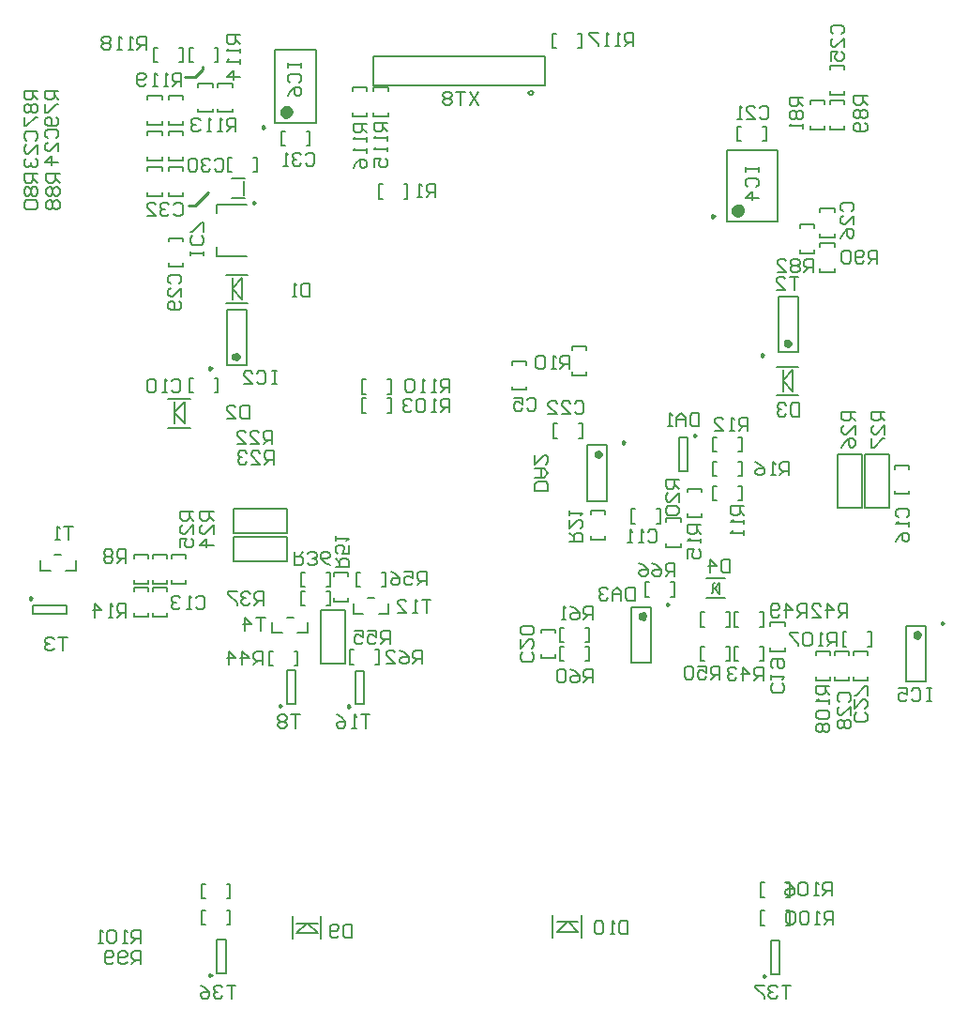
<source format=gbo>
G04 Layer_Color=16777215*
%FSAX25Y25*%
%MOIN*%
G70*
G01*
G75*
%ADD34C,0.00984*%
%ADD39C,0.01575*%
%ADD76C,0.02362*%
%ADD77C,0.01000*%
%ADD78C,0.00787*%
D34*
X0248819Y0283366D02*
X0248081Y0283792D01*
Y0282940D01*
X0248819Y0283366D01*
X0085541Y0288189D02*
X0084803Y0288615D01*
Y0287763D01*
X0085541Y0288189D01*
X0088878Y0314874D02*
X0088140Y0315300D01*
Y0314448D01*
X0088878Y0314874D01*
X0070177Y0229311D02*
X0069439Y0229737D01*
Y0228885D01*
X0070177Y0229311D01*
X0119390Y0109252D02*
X0118652Y0109678D01*
Y0108826D01*
X0119390Y0109252D01*
X0094980Y0109449D02*
X0094242Y0109875D01*
Y0109023D01*
X0094980Y0109449D01*
X0266240Y0234035D02*
X0265502Y0234462D01*
Y0233609D01*
X0266240Y0234035D01*
X0330413Y0138799D02*
X0329675Y0139225D01*
Y0138373D01*
X0330413Y0138799D01*
X0232776Y0145492D02*
X0232037Y0145918D01*
Y0145066D01*
X0232776Y0145492D01*
X0217028Y0202972D02*
X0216289Y0203399D01*
Y0202546D01*
X0217028Y0202972D01*
X0070177Y0013780D02*
X0069439Y0014206D01*
Y0013353D01*
X0070177Y0013780D01*
X0006398Y0147638D02*
X0005660Y0148064D01*
Y0147212D01*
X0006398Y0147638D01*
X0242224Y0205512D02*
X0241486Y0205938D01*
Y0205086D01*
X0242224Y0205512D01*
X0267028Y0013386D02*
X0266289Y0013812D01*
Y0012960D01*
X0267028Y0013386D01*
D39*
X0079528Y0233465D02*
X0078983Y0234213D01*
X0078103Y0233927D01*
Y0233002D01*
X0078983Y0232716D01*
X0079528Y0233465D01*
X0275590Y0238189D02*
X0275046Y0238938D01*
X0274166Y0238652D01*
Y0237726D01*
X0275046Y0237440D01*
X0275590Y0238189D01*
X0321654Y0134646D02*
X0321110Y0135395D01*
X0320229Y0135108D01*
Y0134183D01*
X0321110Y0133897D01*
X0321654Y0134646D01*
X0224016Y0141339D02*
X0223472Y0142087D01*
X0222591Y0141801D01*
Y0140876D01*
X0223472Y0140590D01*
X0224016Y0141339D01*
X0208268Y0198819D02*
X0207724Y0199568D01*
X0206843Y0199282D01*
Y0198356D01*
X0207724Y0198070D01*
X0208268Y0198819D01*
D76*
X0258268Y0285433D02*
X0257823Y0286356D01*
X0256824Y0286584D01*
X0256023Y0285946D01*
Y0284921D01*
X0256824Y0284282D01*
X0257823Y0284510D01*
X0258268Y0285433D01*
X0097835Y0320386D02*
X0097390Y0321309D01*
X0096391Y0321537D01*
X0095589Y0320898D01*
Y0319873D01*
X0096391Y0319234D01*
X0097390Y0319462D01*
X0097835Y0320386D01*
D77*
X0066929Y0335433D02*
Y0336614D01*
X0064173Y0332677D02*
X0066929Y0335433D01*
X0060630Y0332677D02*
X0064173D01*
X0061811Y0287008D02*
X0064173D01*
X0069095Y0291929D01*
D78*
X0184542Y0327165D02*
X0184102Y0327928D01*
X0183221D01*
X0182781Y0327165D01*
X0183221Y0326403D01*
X0184102D01*
X0184542Y0327165D01*
X0257086Y0310039D02*
Y0315157D01*
X0258366D01*
X0257086Y0310039D02*
X0258366D01*
X0266043Y0315157D02*
X0267323D01*
X0266043Y0310039D02*
X0267323D01*
Y0315157D01*
X0047441Y0303150D02*
X0052559D01*
X0047441D02*
Y0304429D01*
X0052559Y0303150D02*
Y0304429D01*
X0047441Y0312106D02*
Y0313386D01*
X0052559Y0312106D02*
Y0313386D01*
X0047441D02*
X0052559D01*
X0054921Y0313319D02*
X0060039D01*
Y0312039D02*
Y0313319D01*
X0054921Y0312039D02*
Y0313319D01*
X0060039Y0303083D02*
Y0304362D01*
X0054921Y0303083D02*
Y0304362D01*
Y0303083D02*
X0060039D01*
X0289984Y0336846D02*
X0295102D01*
Y0335567D02*
Y0336846D01*
X0289984Y0335567D02*
Y0336846D01*
X0295102Y0326610D02*
Y0327890D01*
X0289984Y0326610D02*
Y0327890D01*
Y0326610D02*
X0295102D01*
X0286441Y0286165D02*
X0291559D01*
Y0284886D02*
Y0286165D01*
X0286441Y0284886D02*
Y0286165D01*
X0291559Y0275929D02*
Y0277209D01*
X0286441Y0275929D02*
Y0277209D01*
Y0275929D02*
X0291559D01*
X0253150Y0306693D02*
X0271260D01*
X0253150Y0281496D02*
X0271260D01*
Y0306693D01*
X0253150Y0281496D02*
Y0306693D01*
X0054921Y0325984D02*
X0060039D01*
Y0324705D02*
Y0325984D01*
X0054921Y0324705D02*
Y0325984D01*
X0060039Y0315748D02*
Y0317027D01*
X0054921Y0315748D02*
Y0317027D01*
Y0315748D02*
X0060039D01*
X0047441Y0290551D02*
X0052559D01*
X0047441D02*
Y0291831D01*
X0052559Y0290551D02*
Y0291831D01*
X0047441Y0299508D02*
Y0300787D01*
X0052559Y0299508D02*
Y0300787D01*
X0047441D02*
X0052559D01*
X0282984Y0314110D02*
X0288102D01*
X0282984D02*
Y0315390D01*
X0288102Y0314110D02*
Y0315390D01*
X0282984Y0323067D02*
Y0324346D01*
X0288102Y0323067D02*
Y0324346D01*
X0282984D02*
X0288102D01*
X0279331Y0270079D02*
X0284449D01*
X0279331D02*
Y0271358D01*
X0284449Y0270079D02*
Y0271358D01*
X0279331Y0279035D02*
Y0280315D01*
X0284449Y0279035D02*
Y0280315D01*
X0279331D02*
X0284449D01*
X0047441Y0325984D02*
X0052559D01*
Y0324705D02*
Y0325984D01*
X0047441Y0324705D02*
Y0325984D01*
X0052559Y0315748D02*
Y0317027D01*
X0047441Y0315748D02*
Y0317027D01*
Y0315748D02*
X0052559D01*
X0054921Y0290583D02*
X0060039D01*
X0054921D02*
Y0291862D01*
X0060039Y0290583D02*
Y0291862D01*
X0054921Y0299539D02*
Y0300819D01*
X0060039Y0299539D02*
Y0300819D01*
X0054921D02*
X0060039D01*
X0289984Y0314110D02*
X0295102D01*
X0289984D02*
Y0315390D01*
X0295102Y0314110D02*
Y0315390D01*
X0289984Y0323067D02*
Y0324346D01*
X0295102Y0323067D02*
Y0324346D01*
X0289984D02*
X0295102D01*
X0286441Y0263429D02*
X0291559D01*
X0286441D02*
Y0264709D01*
X0291559Y0263429D02*
Y0264709D01*
X0286441Y0272386D02*
Y0273665D01*
X0291559Y0272386D02*
Y0273665D01*
X0286441D02*
X0291559D01*
X0077165Y0289764D02*
X0081890D01*
X0077165Y0296850D02*
X0081890D01*
X0081496Y0290945D02*
Y0295669D01*
X0094882Y0308382D02*
Y0313500D01*
X0096161D01*
X0094882Y0308382D02*
X0096161D01*
X0103839Y0313500D02*
X0105118D01*
X0103839Y0308382D02*
X0105118D01*
Y0313500D01*
X0071860Y0269094D02*
Y0272382D01*
Y0269094D02*
X0082490D01*
X0071860Y0284311D02*
Y0287598D01*
X0082490D01*
X0092717Y0342433D02*
X0107283D01*
X0092717Y0316449D02*
X0107283D01*
Y0342433D01*
X0092717Y0316449D02*
Y0342433D01*
X0109055Y0143307D02*
X0117717D01*
X0109055Y0124409D02*
Y0143307D01*
X0117717Y0124409D02*
Y0143307D01*
X0109055Y0124409D02*
X0117717D01*
X0129528Y0142126D02*
X0133071D01*
Y0145669D01*
X0120472Y0142126D02*
X0124016D01*
X0120472D02*
Y0145669D01*
X0125591Y0147638D02*
X0127953D01*
X0131890Y0151772D02*
Y0156890D01*
X0130610Y0151772D02*
X0131890D01*
X0130610Y0156890D02*
X0131890D01*
X0121653Y0151772D02*
X0122933D01*
X0121653Y0156890D02*
X0122933D01*
X0121653Y0151772D02*
Y0156890D01*
X0234646Y0148228D02*
Y0153347D01*
X0233366Y0148228D02*
X0234646D01*
X0233366Y0153347D02*
X0234646D01*
X0224410Y0148228D02*
X0225689D01*
X0224410Y0153347D02*
X0225689D01*
X0224410Y0148228D02*
Y0153347D01*
X0139764Y0289567D02*
Y0294685D01*
X0138484Y0289567D02*
X0139764D01*
X0138484Y0294685D02*
X0139764D01*
X0129528Y0289567D02*
X0130807D01*
X0129528Y0294685D02*
X0130807D01*
X0129528Y0289567D02*
Y0294685D01*
X0081102Y0253937D02*
Y0261417D01*
X0077559Y0257480D02*
X0081102Y0253937D01*
X0077559Y0257480D02*
Y0257874D01*
X0081102Y0261417D01*
X0077559Y0257874D02*
Y0261417D01*
Y0253937D02*
Y0261417D01*
X0075197Y0262598D02*
X0083071D01*
X0075197Y0252362D02*
X0083071D01*
X0075590Y0250000D02*
X0082677D01*
X0075590Y0230315D02*
X0082677D01*
Y0250000D01*
X0075590Y0230315D02*
Y0250000D01*
X0133858Y0213583D02*
Y0218701D01*
X0132579Y0213583D02*
X0133858D01*
X0132579Y0218701D02*
X0133858D01*
X0123622Y0213583D02*
X0124902D01*
X0123622Y0218701D02*
X0124902D01*
X0123622Y0213583D02*
Y0218701D01*
X0123622Y0220276D02*
Y0225394D01*
X0124902Y0225394D01*
X0123622Y0220276D02*
X0124902Y0220276D01*
X0132579Y0225394D02*
X0133858D01*
X0132579Y0220276D02*
X0133858D01*
Y0225394D01*
X0188583Y0329921D02*
Y0340158D01*
X0127559Y0329921D02*
X0188583D01*
X0127559D02*
Y0340158D01*
X0188583D01*
X0198228Y0226772D02*
X0203346D01*
X0198228D02*
Y0228051D01*
X0203346Y0226772D02*
Y0228051D01*
X0198228Y0235728D02*
Y0237008D01*
X0203346Y0235728D02*
Y0237008D01*
X0198228D02*
X0203346D01*
X0176969Y0221654D02*
X0182087D01*
X0176969D02*
Y0222933D01*
X0182087Y0221654D02*
Y0222933D01*
X0176969Y0230610D02*
Y0231890D01*
X0182087Y0230610D02*
Y0231890D01*
X0176969D02*
X0182087D01*
X0121260Y0110039D02*
X0124409D01*
X0121260Y0121850D02*
X0124409D01*
X0121260Y0110039D02*
Y0121850D01*
X0124409Y0110039D02*
Y0121850D01*
X0096850Y0110236D02*
X0100000D01*
X0096850Y0122047D02*
X0100000D01*
X0096850Y0110236D02*
Y0122047D01*
X0100000Y0110236D02*
Y0122047D01*
X0271654Y0254725D02*
X0278740D01*
X0271654Y0235039D02*
X0278740D01*
Y0254725D01*
X0271654Y0235039D02*
Y0254725D01*
X0284843Y0118504D02*
X0289961D01*
X0284843D02*
Y0119783D01*
X0289961Y0118504D02*
Y0119783D01*
X0284843Y0127461D02*
Y0128740D01*
X0289961Y0127461D02*
Y0128740D01*
X0284843D02*
X0289961D01*
X0072441Y0337992D02*
Y0343110D01*
X0071161Y0337992D02*
X0072441D01*
X0071161Y0343110D02*
X0072441D01*
X0062205Y0337992D02*
X0063484D01*
X0062205Y0343110D02*
X0063484D01*
X0062205Y0337992D02*
Y0343110D01*
X0059843Y0337992D02*
Y0343110D01*
X0058563Y0337992D02*
X0059843D01*
X0058563Y0343110D02*
X0059843D01*
X0049606Y0337992D02*
X0050886D01*
X0049606Y0343110D02*
X0050886D01*
X0049606Y0337992D02*
Y0343110D01*
X0304725Y0130512D02*
Y0135630D01*
X0303445Y0130512D02*
X0304725D01*
X0303445Y0135630D02*
X0304725D01*
X0294488Y0130512D02*
X0295768D01*
X0294488Y0135630D02*
X0295768D01*
X0294488Y0130512D02*
Y0135630D01*
X0265358Y0031571D02*
Y0036689D01*
X0266638D01*
X0265358Y0031571D02*
X0266638D01*
X0274315Y0036689D02*
X0275595D01*
X0274315Y0031571D02*
X0275595D01*
Y0036689D01*
X0066535Y0031693D02*
Y0036811D01*
X0067815D01*
X0066535Y0031693D02*
X0067815D01*
X0075492Y0036811D02*
X0076772D01*
X0075492Y0031693D02*
X0076772D01*
Y0036811D01*
X0275595Y0041571D02*
Y0046689D01*
X0274315Y0041571D02*
X0275595D01*
X0274315Y0046689D02*
X0275595D01*
X0265358Y0041571D02*
X0266638D01*
X0265358Y0046689D02*
X0266638D01*
X0265358Y0041571D02*
Y0046689D01*
X0076772Y0041142D02*
Y0046260D01*
X0075492Y0041142D02*
X0076772D01*
X0075492Y0046260D02*
X0076772D01*
X0066535Y0041142D02*
X0067815D01*
X0066535Y0046260D02*
X0067815D01*
X0066535Y0041142D02*
Y0046260D01*
X0191339Y0343110D02*
Y0348228D01*
X0192618D01*
X0191339Y0343110D02*
X0192618D01*
X0200295Y0348228D02*
X0201575D01*
X0200295Y0343110D02*
X0201575D01*
Y0348228D01*
X0120276Y0329134D02*
X0125394D01*
Y0327854D02*
Y0329134D01*
X0120276Y0327854D02*
Y0329134D01*
X0125394Y0318898D02*
Y0320177D01*
X0120276Y0318898D02*
Y0320177D01*
Y0318898D02*
X0125394D01*
X0127756Y0329134D02*
X0132874D01*
Y0327854D02*
Y0329134D01*
X0127756Y0327854D02*
Y0329134D01*
X0132874Y0318898D02*
Y0320177D01*
X0127756Y0318898D02*
Y0320177D01*
Y0318898D02*
X0132874D01*
X0204331Y0132087D02*
Y0137205D01*
X0203051Y0132087D02*
X0204331D01*
X0203051Y0137205D02*
X0204331D01*
X0194094Y0132087D02*
X0195374D01*
X0194094Y0137205D02*
X0195374D01*
X0194094Y0132087D02*
Y0137205D01*
Y0125394D02*
Y0130512D01*
X0195374D01*
X0194094Y0125394D02*
X0195374D01*
X0203051Y0130512D02*
X0204331D01*
X0203051Y0125394D02*
X0204331D01*
Y0130512D01*
X0072441Y0320323D02*
X0077559D01*
X0072441D02*
Y0321602D01*
X0077559Y0320323D02*
Y0321602D01*
X0072441Y0329279D02*
Y0330559D01*
X0077559Y0329279D02*
Y0330559D01*
X0072441D02*
X0077559D01*
X0065441Y0320323D02*
X0070559D01*
X0065441D02*
Y0321602D01*
X0070559Y0320323D02*
Y0321602D01*
X0065441Y0329279D02*
Y0330559D01*
X0070559Y0329279D02*
Y0330559D01*
X0065441D02*
X0070559D01*
X0254331Y0125394D02*
Y0130512D01*
X0253051Y0125394D02*
X0254331D01*
X0253051Y0130512D02*
X0254331D01*
X0244094Y0125394D02*
X0245374D01*
X0244094Y0130512D02*
X0245374D01*
X0244094Y0125394D02*
Y0130512D01*
X0254331Y0137599D02*
Y0142717D01*
X0253051Y0137599D02*
X0254331D01*
X0253051Y0142717D02*
X0254331D01*
X0244094Y0137599D02*
X0245374D01*
X0244094Y0142717D02*
X0245374D01*
X0244094Y0137599D02*
Y0142717D01*
X0266142Y0125394D02*
Y0130512D01*
X0264862Y0125394D02*
X0266142D01*
X0264862Y0130512D02*
X0266142D01*
X0255905Y0125394D02*
X0257185D01*
X0255905Y0130512D02*
X0257185D01*
X0255905Y0125394D02*
Y0130512D01*
X0266142Y0137599D02*
Y0142717D01*
X0264862Y0137599D02*
X0266142D01*
X0264862Y0142717D02*
X0266142D01*
X0255905Y0137599D02*
X0257185D01*
X0255905Y0142717D02*
X0257185D01*
X0255905Y0137599D02*
Y0142717D01*
X0119291Y0124213D02*
Y0129331D01*
X0120571D01*
X0119291Y0124213D02*
X0120571D01*
X0128248Y0129331D02*
X0129528D01*
X0128248Y0124213D02*
X0129528D01*
Y0129331D01*
X0113583Y0156693D02*
X0118701D01*
Y0155413D02*
Y0156693D01*
X0113583Y0155413D02*
Y0156693D01*
X0118701Y0146457D02*
Y0147736D01*
X0113583Y0146457D02*
Y0147736D01*
Y0146457D02*
X0118701D01*
X0090551Y0123819D02*
Y0128937D01*
X0091831D01*
X0090551Y0123819D02*
X0091831D01*
X0099508Y0128937D02*
X0100787D01*
X0099508Y0123819D02*
X0100787D01*
Y0128937D01*
X0112205Y0151772D02*
Y0156890D01*
X0110925Y0151772D02*
X0112205D01*
X0110925Y0156890D02*
X0112205D01*
X0101968Y0151772D02*
X0103248D01*
X0101968Y0156890D02*
X0103248D01*
X0101968Y0151772D02*
Y0156890D01*
X0204921Y0178740D02*
X0210039D01*
Y0177461D02*
Y0178740D01*
X0204921Y0177461D02*
Y0178740D01*
X0210039Y0168504D02*
Y0169783D01*
X0204921Y0168504D02*
Y0169783D01*
Y0168504D02*
X0210039D01*
X0049213Y0152953D02*
X0054331D01*
X0049213D02*
Y0154232D01*
X0054331Y0152953D02*
Y0154232D01*
X0049213Y0161909D02*
Y0163189D01*
X0054331Y0161909D02*
Y0163189D01*
X0049213D02*
X0054331D01*
X0231693Y0165748D02*
X0236811D01*
X0231693D02*
Y0167027D01*
X0236811Y0165748D02*
Y0167027D01*
X0231693Y0174705D02*
Y0175984D01*
X0236811Y0174705D02*
Y0175984D01*
X0231693D02*
X0236811D01*
X0055906Y0152854D02*
X0061024D01*
X0055906D02*
Y0154134D01*
X0061024Y0152854D02*
Y0154134D01*
X0055906Y0161811D02*
Y0163091D01*
X0061024Y0161811D02*
Y0163091D01*
X0055906D02*
X0061024D01*
X0042520Y0151378D02*
X0047638D01*
Y0150098D02*
Y0151378D01*
X0042520Y0150098D02*
Y0151378D01*
X0047638Y0141142D02*
Y0142421D01*
X0042520Y0141142D02*
Y0142421D01*
Y0141142D02*
X0047638D01*
X0042520Y0163189D02*
X0047638D01*
Y0161909D02*
Y0163189D01*
X0042520Y0161909D02*
Y0163189D01*
X0047638Y0152953D02*
Y0154232D01*
X0042520Y0152953D02*
Y0154232D01*
Y0152953D02*
X0047638D01*
X0316929Y0118110D02*
X0324016D01*
X0316929Y0137795D02*
X0324016D01*
X0316929Y0118110D02*
Y0137795D01*
X0324016Y0118110D02*
Y0137795D01*
X0219291Y0124803D02*
X0226378D01*
X0219291Y0144488D02*
X0226378D01*
X0219291Y0124803D02*
Y0144488D01*
X0226378Y0124803D02*
Y0144488D01*
X0248819Y0151181D02*
X0250787Y0149213D01*
Y0153150D01*
X0248425Y0152657D02*
X0248917Y0153150D01*
X0247835Y0149311D02*
X0248425Y0149902D01*
X0248819Y0151181D02*
X0250787Y0153150D01*
X0248425Y0149902D02*
Y0152657D01*
X0246063Y0147638D02*
X0252756D01*
X0246063Y0154724D02*
X0252756D01*
X0192913Y0029134D02*
X0200394D01*
X0192913D02*
X0196457Y0032677D01*
X0196851D01*
X0200394Y0029134D01*
X0196851Y0032677D02*
X0200394D01*
X0192913D02*
X0200394D01*
X0201575Y0027165D02*
Y0035039D01*
X0191339Y0027165D02*
Y0035039D01*
X0100393Y0028740D02*
X0107874D01*
X0100393D02*
X0103937Y0032283D01*
X0104331D01*
X0107874Y0028740D01*
X0104331Y0032283D02*
X0107874D01*
X0100393D02*
X0107874D01*
X0109055Y0026772D02*
Y0034646D01*
X0098819Y0026772D02*
Y0034646D01*
X0276772Y0221260D02*
Y0228740D01*
X0273228Y0224803D02*
X0276772Y0221260D01*
X0273228Y0224803D02*
Y0225197D01*
X0276772Y0228740D01*
X0273228Y0225197D02*
Y0228740D01*
Y0221260D02*
Y0228740D01*
X0270866Y0229921D02*
X0278740D01*
X0270866Y0219685D02*
X0278740D01*
X0060630Y0209842D02*
Y0217323D01*
X0057087Y0213386D02*
X0060630Y0209842D01*
X0057087Y0213386D02*
Y0213780D01*
X0060630Y0217323D01*
X0057087Y0213780D02*
Y0217323D01*
Y0209842D02*
Y0217323D01*
X0054724Y0218504D02*
X0062598D01*
X0054724Y0208268D02*
X0062598D01*
X0291535Y0118504D02*
X0296654D01*
X0291535D02*
Y0119783D01*
X0296654Y0118504D02*
Y0119783D01*
X0291535Y0127461D02*
Y0128740D01*
X0296654Y0127461D02*
Y0128740D01*
X0291535D02*
X0296654D01*
X0298228Y0118504D02*
X0303346D01*
X0298228D02*
Y0119783D01*
X0303346Y0118504D02*
Y0119783D01*
X0298228Y0127461D02*
Y0128740D01*
X0303346Y0127461D02*
Y0128740D01*
X0298228D02*
X0303346D01*
X0075984Y0299016D02*
Y0304134D01*
X0077264D01*
X0075984Y0299016D02*
X0077264D01*
X0084941Y0304134D02*
X0086221D01*
X0084941Y0299016D02*
X0086221D01*
Y0304134D01*
X0054921Y0275591D02*
X0060039D01*
Y0274311D02*
Y0275591D01*
X0054921Y0274311D02*
Y0275591D01*
X0060039Y0265354D02*
Y0266634D01*
X0054921Y0265354D02*
Y0266634D01*
Y0265354D02*
X0060039D01*
X0268701Y0128740D02*
X0273819D01*
X0268701D02*
Y0130020D01*
X0273819Y0128740D02*
Y0130020D01*
X0268701Y0137697D02*
Y0138977D01*
X0273819Y0137697D02*
Y0138977D01*
X0268701D02*
X0273819D01*
X0049213Y0151378D02*
X0054331D01*
Y0150098D02*
Y0151378D01*
X0049213Y0150098D02*
Y0151378D01*
X0054331Y0141142D02*
Y0142421D01*
X0049213Y0141142D02*
Y0142421D01*
Y0141142D02*
X0054331D01*
X0312795Y0194882D02*
X0317913D01*
Y0193602D02*
Y0194882D01*
X0312795Y0193602D02*
Y0194882D01*
X0317913Y0184646D02*
Y0185925D01*
X0312795Y0184646D02*
Y0185925D01*
Y0184646D02*
X0317913D01*
X0072441Y0220669D02*
Y0225787D01*
X0071161Y0220669D02*
X0072441D01*
X0071161Y0225787D02*
X0072441D01*
X0062205Y0220669D02*
X0063484D01*
X0062205Y0225787D02*
X0063484D01*
X0062205Y0220669D02*
Y0225787D01*
X0219291Y0174213D02*
Y0179331D01*
X0220571D01*
X0219291Y0174213D02*
X0220571D01*
X0228248Y0179331D02*
X0229528D01*
X0228248Y0174213D02*
X0229528D01*
Y0179331D01*
X0210630Y0182283D02*
Y0201969D01*
X0203543Y0182283D02*
Y0201969D01*
X0210630D01*
X0203543Y0182283D02*
X0210630D01*
X0187205Y0126378D02*
X0192323D01*
X0187205D02*
Y0127657D01*
X0192323Y0126378D02*
Y0127657D01*
X0187205Y0135335D02*
Y0136614D01*
X0192323Y0135335D02*
Y0136614D01*
X0187205D02*
X0192323D01*
X0201969Y0204527D02*
Y0209646D01*
X0200689Y0204527D02*
X0201969D01*
X0200689Y0209646D02*
X0201969D01*
X0191732Y0204527D02*
X0193012D01*
X0191732Y0209646D02*
X0193012D01*
X0191732Y0204527D02*
Y0209646D01*
X0075197Y0014567D02*
Y0026378D01*
X0072047Y0014567D02*
Y0026378D01*
X0075197D01*
X0072047Y0014567D02*
X0075197D01*
X0006693Y0142126D02*
Y0145276D01*
X0018504Y0142126D02*
Y0145276D01*
X0006693D02*
X0018504D01*
X0006693Y0142126D02*
X0018504D01*
X0018307Y0157480D02*
X0021850D01*
Y0161024D01*
X0009252Y0157480D02*
X0012795D01*
X0009252D02*
Y0161024D01*
X0014370Y0162992D02*
X0016732D01*
X0236221Y0204724D02*
X0239370D01*
X0236221Y0192913D02*
X0239370D01*
Y0204724D01*
X0236221Y0192913D02*
Y0204724D01*
X0248425Y0182480D02*
Y0187598D01*
X0249705D01*
X0248425Y0182480D02*
X0249705D01*
X0257382Y0187598D02*
X0258661D01*
X0257382Y0182480D02*
X0258661D01*
Y0187598D01*
X0248425Y0199803D02*
Y0204921D01*
X0249705D01*
X0248425Y0199803D02*
X0249705D01*
X0257382Y0204921D02*
X0258661D01*
X0257382Y0199803D02*
X0258661D01*
Y0204921D01*
X0239173Y0176378D02*
X0244291D01*
X0239173D02*
Y0177657D01*
X0244291Y0176378D02*
Y0177657D01*
X0239173Y0185335D02*
Y0186614D01*
X0244291Y0185335D02*
Y0186614D01*
X0239173D02*
X0244291D01*
X0258661Y0191142D02*
Y0196260D01*
X0257382Y0191142D02*
X0258661D01*
X0257382Y0196260D02*
X0258661D01*
X0248425Y0191142D02*
X0249705D01*
X0248425Y0196260D02*
X0249705D01*
X0248425Y0191142D02*
Y0196260D01*
X0096850Y0170866D02*
Y0179528D01*
X0077953D02*
X0096850D01*
X0077953Y0170866D02*
X0096850D01*
X0077953D02*
Y0179528D01*
X0096850Y0160630D02*
Y0169291D01*
X0077953D02*
X0096850D01*
X0077953Y0160630D02*
X0096850D01*
X0077953D02*
Y0169291D01*
X0292520Y0179921D02*
X0301181D01*
Y0198819D01*
X0292520Y0179921D02*
Y0198819D01*
X0301181D01*
X0302362Y0179921D02*
X0311024D01*
Y0198819D01*
X0302362Y0179921D02*
Y0198819D01*
X0311024D01*
X0272047Y0014173D02*
Y0025984D01*
X0268898Y0014173D02*
Y0025984D01*
X0272047D01*
X0268898Y0014173D02*
X0272047D01*
X0112205Y0145079D02*
Y0150197D01*
X0110925Y0145079D02*
X0112205D01*
X0110925Y0150197D02*
X0112205D01*
X0101969Y0145079D02*
X0103248D01*
X0101969Y0150197D02*
X0103248D01*
X0101969Y0145079D02*
Y0150197D01*
X0100787Y0135433D02*
X0104331D01*
Y0138976D01*
X0091732Y0135433D02*
X0095276D01*
X0091732D02*
Y0138976D01*
X0096850Y0140945D02*
X0099213D01*
X0264962Y0321652D02*
X0265749Y0322439D01*
X0267323D01*
X0268110Y0321652D01*
Y0318504D01*
X0267323Y0317717D01*
X0265749D01*
X0264962Y0318504D01*
X0260239Y0317717D02*
X0263387D01*
X0260239Y0320865D01*
Y0321652D01*
X0261026Y0322439D01*
X0262600D01*
X0263387Y0321652D01*
X0258664Y0317717D02*
X0257090D01*
X0257877D01*
Y0322439D01*
X0258664Y0321652D01*
X0004332Y0310237D02*
X0003545Y0311024D01*
Y0312599D01*
X0004332Y0313386D01*
X0007481D01*
X0008268Y0312599D01*
Y0311024D01*
X0007481Y0310237D01*
X0008268Y0305514D02*
Y0308663D01*
X0005119Y0305514D01*
X0004332D01*
X0003545Y0306301D01*
Y0307876D01*
X0004332Y0308663D01*
Y0303940D02*
X0003545Y0303153D01*
Y0301579D01*
X0004332Y0300792D01*
X0005119D01*
X0005906Y0301579D01*
Y0302366D01*
Y0301579D01*
X0006693Y0300792D01*
X0007481D01*
X0008268Y0301579D01*
Y0303153D01*
X0007481Y0303940D01*
X0011812Y0311025D02*
X0011025Y0311812D01*
Y0313386D01*
X0011812Y0314173D01*
X0014961D01*
X0015748Y0313386D01*
Y0311812D01*
X0014961Y0311025D01*
X0015748Y0306302D02*
Y0309450D01*
X0012599Y0306302D01*
X0011812D01*
X0011025Y0307089D01*
Y0308663D01*
X0011812Y0309450D01*
X0015748Y0302366D02*
X0011025D01*
X0013387Y0304728D01*
Y0301579D01*
X0290946Y0348032D02*
X0290159Y0348820D01*
Y0350394D01*
X0290946Y0351181D01*
X0294095D01*
X0294882Y0350394D01*
Y0348820D01*
X0294095Y0348032D01*
X0294882Y0343310D02*
Y0346458D01*
X0291733Y0343310D01*
X0290946D01*
X0290159Y0344097D01*
Y0345671D01*
X0290946Y0346458D01*
X0290159Y0338587D02*
Y0341735D01*
X0292520D01*
X0291733Y0340161D01*
Y0339374D01*
X0292520Y0338587D01*
X0294095D01*
X0294882Y0339374D01*
Y0340948D01*
X0294095Y0341735D01*
X0294490Y0285040D02*
X0293702Y0285827D01*
Y0287402D01*
X0294490Y0288189D01*
X0297638D01*
X0298425Y0287402D01*
Y0285827D01*
X0297638Y0285040D01*
X0298425Y0280317D02*
Y0283466D01*
X0295277Y0280317D01*
X0294490D01*
X0293702Y0281105D01*
Y0282679D01*
X0294490Y0283466D01*
X0293702Y0275595D02*
X0294490Y0277169D01*
X0296064Y0278743D01*
X0297638D01*
X0298425Y0277956D01*
Y0276382D01*
X0297638Y0275595D01*
X0296851D01*
X0296064Y0276382D01*
Y0278743D01*
X0259844Y0300787D02*
Y0299213D01*
Y0300000D01*
X0264567D01*
Y0300787D01*
Y0299213D01*
X0260631Y0293703D02*
X0259844Y0294490D01*
Y0296064D01*
X0260631Y0296852D01*
X0263780D01*
X0264567Y0296064D01*
Y0294490D01*
X0263780Y0293703D01*
X0264567Y0289767D02*
X0259844D01*
X0262206Y0292129D01*
Y0288980D01*
X0015748Y0327953D02*
X0011025D01*
Y0325591D01*
X0011812Y0324804D01*
X0013387D01*
X0014174Y0325591D01*
Y0327953D01*
Y0326378D02*
X0015748Y0324804D01*
X0011025Y0323230D02*
Y0320081D01*
X0011812D01*
X0014961Y0323230D01*
X0015748D01*
X0014961Y0318507D02*
X0015748Y0317720D01*
Y0316146D01*
X0014961Y0315358D01*
X0011812D01*
X0011025Y0316146D01*
Y0317720D01*
X0011812Y0318507D01*
X0012599D01*
X0013387Y0317720D01*
Y0315358D01*
X0008268Y0298425D02*
X0003545D01*
Y0296064D01*
X0004332Y0295277D01*
X0005906D01*
X0006693Y0296064D01*
Y0298425D01*
Y0296851D02*
X0008268Y0295277D01*
X0004332Y0293702D02*
X0003545Y0292915D01*
Y0291341D01*
X0004332Y0290554D01*
X0005119D01*
X0005906Y0291341D01*
X0006693Y0290554D01*
X0007481D01*
X0008268Y0291341D01*
Y0292915D01*
X0007481Y0293702D01*
X0006693D01*
X0005906Y0292915D01*
X0005119Y0293702D01*
X0004332D01*
X0005906Y0292915D02*
Y0291341D01*
X0004332Y0288979D02*
X0003545Y0288192D01*
Y0286618D01*
X0004332Y0285831D01*
X0007481D01*
X0008268Y0286618D01*
Y0288192D01*
X0007481Y0288979D01*
X0004332D01*
X0280315Y0325590D02*
X0275592D01*
Y0323229D01*
X0276379Y0322442D01*
X0277954D01*
X0278741Y0323229D01*
Y0325590D01*
Y0324016D02*
X0280315Y0322442D01*
X0276379Y0320868D02*
X0275592Y0320080D01*
Y0318506D01*
X0276379Y0317719D01*
X0277166D01*
X0277954Y0318506D01*
X0278741Y0317719D01*
X0279528D01*
X0280315Y0318506D01*
Y0320080D01*
X0279528Y0320868D01*
X0278741D01*
X0277954Y0320080D01*
X0277166Y0320868D01*
X0276379D01*
X0277954Y0320080D02*
Y0318506D01*
X0280315Y0316145D02*
Y0314570D01*
Y0315358D01*
X0275592D01*
X0276379Y0316145D01*
X0283858Y0263386D02*
Y0268109D01*
X0281497D01*
X0280710Y0267322D01*
Y0265747D01*
X0281497Y0264960D01*
X0283858D01*
X0282284D02*
X0280710Y0263386D01*
X0279135Y0267322D02*
X0278348Y0268109D01*
X0276774D01*
X0275987Y0267322D01*
Y0266534D01*
X0276774Y0265747D01*
X0275987Y0264960D01*
Y0264173D01*
X0276774Y0263386D01*
X0278348D01*
X0279135Y0264173D01*
Y0264960D01*
X0278348Y0265747D01*
X0279135Y0266534D01*
Y0267322D01*
X0278348Y0265747D02*
X0276774D01*
X0271264Y0263386D02*
X0274412D01*
X0271264Y0266534D01*
Y0267322D01*
X0272051Y0268109D01*
X0273625D01*
X0274412Y0267322D01*
X0008268Y0327953D02*
X0003545D01*
Y0325591D01*
X0004332Y0324804D01*
X0005906D01*
X0006693Y0325591D01*
Y0327953D01*
Y0326378D02*
X0008268Y0324804D01*
X0004332Y0323230D02*
X0003545Y0322443D01*
Y0320868D01*
X0004332Y0320081D01*
X0005119D01*
X0005906Y0320868D01*
X0006693Y0320081D01*
X0007481D01*
X0008268Y0320868D01*
Y0322443D01*
X0007481Y0323230D01*
X0006693D01*
X0005906Y0322443D01*
X0005119Y0323230D01*
X0004332D01*
X0005906Y0322443D02*
Y0320868D01*
X0003545Y0318507D02*
Y0315358D01*
X0004332D01*
X0007481Y0318507D01*
X0008268D01*
X0016142Y0298425D02*
X0011419D01*
Y0296064D01*
X0012206Y0295277D01*
X0013780D01*
X0014567Y0296064D01*
Y0298425D01*
Y0296851D02*
X0016142Y0295277D01*
X0012206Y0293702D02*
X0011419Y0292915D01*
Y0291341D01*
X0012206Y0290554D01*
X0012993D01*
X0013780Y0291341D01*
X0014567Y0290554D01*
X0015355D01*
X0016142Y0291341D01*
Y0292915D01*
X0015355Y0293702D01*
X0014567D01*
X0013780Y0292915D01*
X0012993Y0293702D01*
X0012206D01*
X0013780Y0292915D02*
Y0291341D01*
X0012206Y0288979D02*
X0011419Y0288192D01*
Y0286618D01*
X0012206Y0285831D01*
X0012993D01*
X0013780Y0286618D01*
X0014567Y0285831D01*
X0015355D01*
X0016142Y0286618D01*
Y0288192D01*
X0015355Y0288979D01*
X0014567D01*
X0013780Y0288192D01*
X0012993Y0288979D01*
X0012206D01*
X0013780Y0288192D02*
Y0286618D01*
X0303150Y0325984D02*
X0298427D01*
Y0323623D01*
X0299214Y0322836D01*
X0300788D01*
X0301575Y0323623D01*
Y0325984D01*
Y0324410D02*
X0303150Y0322836D01*
X0299214Y0321261D02*
X0298427Y0320474D01*
Y0318900D01*
X0299214Y0318113D01*
X0300001D01*
X0300788Y0318900D01*
X0301575Y0318113D01*
X0302362D01*
X0303150Y0318900D01*
Y0320474D01*
X0302362Y0321261D01*
X0301575D01*
X0300788Y0320474D01*
X0300001Y0321261D01*
X0299214D01*
X0300788Y0320474D02*
Y0318900D01*
X0302362Y0316539D02*
X0303150Y0315751D01*
Y0314177D01*
X0302362Y0313390D01*
X0299214D01*
X0298427Y0314177D01*
Y0315751D01*
X0299214Y0316539D01*
X0300001D01*
X0300788Y0315751D01*
Y0313390D01*
X0306693Y0266535D02*
Y0271258D01*
X0304331D01*
X0303544Y0270471D01*
Y0268897D01*
X0304331Y0268110D01*
X0306693D01*
X0305119D02*
X0303544Y0266535D01*
X0301970Y0267323D02*
X0301183Y0266535D01*
X0299609D01*
X0298821Y0267323D01*
Y0270471D01*
X0299609Y0271258D01*
X0301183D01*
X0301970Y0270471D01*
Y0269684D01*
X0301183Y0268897D01*
X0298821D01*
X0297247Y0270471D02*
X0296460Y0271258D01*
X0294886D01*
X0294099Y0270471D01*
Y0267323D01*
X0294886Y0266535D01*
X0296460D01*
X0297247Y0267323D01*
Y0270471D01*
X0234646Y0155512D02*
Y0160235D01*
X0232284D01*
X0231497Y0159448D01*
Y0157873D01*
X0232284Y0157086D01*
X0234646D01*
X0233071D02*
X0231497Y0155512D01*
X0226774Y0160235D02*
X0228348Y0159448D01*
X0229923Y0157873D01*
Y0156299D01*
X0229136Y0155512D01*
X0227561D01*
X0226774Y0156299D01*
Y0157086D01*
X0227561Y0157873D01*
X0229923D01*
X0222051Y0160235D02*
X0223626Y0159448D01*
X0225200Y0157873D01*
Y0156299D01*
X0224413Y0155512D01*
X0222838D01*
X0222051Y0156299D01*
Y0157086D01*
X0222838Y0157873D01*
X0225200D01*
X0105118Y0259447D02*
Y0254724D01*
X0102757D01*
X0101970Y0255512D01*
Y0258660D01*
X0102757Y0259447D01*
X0105118D01*
X0100395Y0254724D02*
X0098821D01*
X0099608D01*
Y0259447D01*
X0100395Y0258660D01*
X0149606Y0290158D02*
Y0294880D01*
X0147245D01*
X0146458Y0294093D01*
Y0292519D01*
X0147245Y0291732D01*
X0149606D01*
X0148032D02*
X0146458Y0290158D01*
X0144883D02*
X0143309D01*
X0144096D01*
Y0294880D01*
X0144883Y0294093D01*
X0067321Y0269291D02*
Y0270866D01*
Y0270078D01*
X0062598D01*
Y0269291D01*
Y0270866D01*
X0066534Y0276376D02*
X0067321Y0275588D01*
Y0274014D01*
X0066534Y0273227D01*
X0063386D01*
X0062598Y0274014D01*
Y0275588D01*
X0063386Y0276376D01*
X0067321Y0277950D02*
Y0281099D01*
X0066534D01*
X0063386Y0277950D01*
X0062598D01*
X0164961Y0327557D02*
X0161812Y0322835D01*
Y0327557D02*
X0164961Y0322835D01*
X0160238Y0327557D02*
X0157089D01*
X0158663D01*
Y0322835D01*
X0155515Y0326770D02*
X0154728Y0327557D01*
X0153153D01*
X0152366Y0326770D01*
Y0325983D01*
X0153153Y0325196D01*
X0152366Y0324409D01*
Y0323622D01*
X0153153Y0322835D01*
X0154728D01*
X0155515Y0323622D01*
Y0324409D01*
X0154728Y0325196D01*
X0155515Y0325983D01*
Y0326770D01*
X0154728Y0325196D02*
X0153153D01*
X0197244Y0229134D02*
Y0233857D01*
X0194883D01*
X0194096Y0233070D01*
Y0231495D01*
X0194883Y0230708D01*
X0197244D01*
X0195670D02*
X0194096Y0229134D01*
X0192521D02*
X0190947D01*
X0191734D01*
Y0233857D01*
X0192521Y0233070D01*
X0188585D02*
X0187798Y0233857D01*
X0186224D01*
X0185437Y0233070D01*
Y0229921D01*
X0186224Y0229134D01*
X0187798D01*
X0188585Y0229921D01*
Y0233070D01*
X0182284Y0218109D02*
X0183072Y0218896D01*
X0184646D01*
X0185433Y0218109D01*
Y0214960D01*
X0184646Y0214173D01*
X0183072D01*
X0182284Y0214960D01*
X0177562Y0218896D02*
X0180710D01*
Y0216535D01*
X0179136Y0217322D01*
X0178349D01*
X0177562Y0216535D01*
Y0214960D01*
X0178349Y0214173D01*
X0179923D01*
X0180710Y0214960D01*
X0126378Y0106298D02*
X0123229D01*
X0124804D01*
Y0101575D01*
X0121655D02*
X0120081D01*
X0120868D01*
Y0106298D01*
X0121655Y0105510D01*
X0114571Y0106298D02*
X0116145Y0105510D01*
X0117719Y0103936D01*
Y0102362D01*
X0116932Y0101575D01*
X0115358D01*
X0114571Y0102362D01*
Y0103149D01*
X0115358Y0103936D01*
X0117719D01*
X0101575Y0106298D02*
X0098426D01*
X0100001D01*
Y0101575D01*
X0096852Y0105510D02*
X0096065Y0106298D01*
X0094490D01*
X0093703Y0105510D01*
Y0104723D01*
X0094490Y0103936D01*
X0093703Y0103149D01*
Y0102362D01*
X0094490Y0101575D01*
X0096065D01*
X0096852Y0102362D01*
Y0103149D01*
X0096065Y0103936D01*
X0096852Y0104723D01*
Y0105510D01*
X0096065Y0103936D02*
X0094490D01*
X0278740Y0261809D02*
X0275592D01*
X0277166D01*
Y0257087D01*
X0270869D02*
X0274017D01*
X0270869Y0260235D01*
Y0261022D01*
X0271656Y0261809D01*
X0273230D01*
X0274017Y0261022D01*
X0289764Y0116535D02*
X0285041D01*
Y0114174D01*
X0285828Y0113387D01*
X0287402D01*
X0288190Y0114174D01*
Y0116535D01*
Y0114961D02*
X0289764Y0113387D01*
Y0111813D02*
Y0110238D01*
Y0111025D01*
X0285041D01*
X0285828Y0111813D01*
Y0107877D02*
X0285041Y0107090D01*
Y0105515D01*
X0285828Y0104728D01*
X0288977D01*
X0289764Y0105515D01*
Y0107090D01*
X0288977Y0107877D01*
X0285828D01*
Y0103154D02*
X0285041Y0102367D01*
Y0100793D01*
X0285828Y0100005D01*
X0286615D01*
X0287402Y0100793D01*
X0288190Y0100005D01*
X0288977D01*
X0289764Y0100793D01*
Y0102367D01*
X0288977Y0103154D01*
X0288190D01*
X0287402Y0102367D01*
X0286615Y0103154D01*
X0285828D01*
X0287402Y0102367D02*
Y0100793D01*
X0059449Y0329528D02*
Y0334250D01*
X0057087D01*
X0056300Y0333463D01*
Y0331889D01*
X0057087Y0331102D01*
X0059449D01*
X0057875D02*
X0056300Y0329528D01*
X0054726D02*
X0053152D01*
X0053939D01*
Y0334250D01*
X0054726Y0333463D01*
X0050790Y0329528D02*
X0049216D01*
X0050003D01*
Y0334250D01*
X0050790Y0333463D01*
X0046854Y0330315D02*
X0046067Y0329528D01*
X0044493D01*
X0043706Y0330315D01*
Y0333463D01*
X0044493Y0334250D01*
X0046067D01*
X0046854Y0333463D01*
Y0332676D01*
X0046067Y0331889D01*
X0043706D01*
X0046850Y0342520D02*
Y0347243D01*
X0044489D01*
X0043702Y0346455D01*
Y0344881D01*
X0044489Y0344094D01*
X0046850D01*
X0045276D02*
X0043702Y0342520D01*
X0042127D02*
X0040553D01*
X0041340D01*
Y0347243D01*
X0042127Y0346455D01*
X0038192Y0342520D02*
X0036617D01*
X0037405D01*
Y0347243D01*
X0038192Y0346455D01*
X0034256D02*
X0033469Y0347243D01*
X0031895D01*
X0031107Y0346455D01*
Y0345668D01*
X0031895Y0344881D01*
X0031107Y0344094D01*
Y0343307D01*
X0031895Y0342520D01*
X0033469D01*
X0034256Y0343307D01*
Y0344094D01*
X0033469Y0344881D01*
X0034256Y0345668D01*
Y0346455D01*
X0033469Y0344881D02*
X0031895D01*
X0292126Y0130709D02*
Y0135432D01*
X0289764D01*
X0288977Y0134644D01*
Y0133070D01*
X0289764Y0132283D01*
X0292126D01*
X0290552D02*
X0288977Y0130709D01*
X0287403D02*
X0285829D01*
X0286616D01*
Y0135432D01*
X0287403Y0134644D01*
X0283467D02*
X0282680Y0135432D01*
X0281106D01*
X0280319Y0134644D01*
Y0131496D01*
X0281106Y0130709D01*
X0282680D01*
X0283467Y0131496D01*
Y0134644D01*
X0278745Y0135432D02*
X0275596D01*
Y0134644D01*
X0278745Y0131496D01*
Y0130709D01*
X0290945Y0031890D02*
Y0036613D01*
X0288583D01*
X0287796Y0035825D01*
Y0034251D01*
X0288583Y0033464D01*
X0290945D01*
X0289371D02*
X0287796Y0031890D01*
X0286222D02*
X0284648D01*
X0285435D01*
Y0036613D01*
X0286222Y0035825D01*
X0282286D02*
X0281499Y0036613D01*
X0279925D01*
X0279138Y0035825D01*
Y0032677D01*
X0279925Y0031890D01*
X0281499D01*
X0282286Y0032677D01*
Y0035825D01*
X0277563D02*
X0276776Y0036613D01*
X0275202D01*
X0274415Y0035825D01*
Y0032677D01*
X0275202Y0031890D01*
X0276776D01*
X0277563Y0032677D01*
Y0035825D01*
X0044894Y0017677D02*
Y0022400D01*
X0042533D01*
X0041745Y0021613D01*
Y0020039D01*
X0042533Y0019252D01*
X0044894D01*
X0043320D02*
X0041745Y0017677D01*
X0040171Y0018464D02*
X0039384Y0017677D01*
X0037810D01*
X0037022Y0018464D01*
Y0021613D01*
X0037810Y0022400D01*
X0039384D01*
X0040171Y0021613D01*
Y0020826D01*
X0039384Y0020039D01*
X0037022D01*
X0035448Y0018464D02*
X0034661Y0017677D01*
X0033087D01*
X0032300Y0018464D01*
Y0021613D01*
X0033087Y0022400D01*
X0034661D01*
X0035448Y0021613D01*
Y0020826D01*
X0034661Y0020039D01*
X0032300D01*
X0290551Y0042126D02*
Y0046849D01*
X0288190D01*
X0287403Y0046062D01*
Y0044487D01*
X0288190Y0043700D01*
X0290551D01*
X0288977D02*
X0287403Y0042126D01*
X0285828D02*
X0284254D01*
X0285041D01*
Y0046849D01*
X0285828Y0046062D01*
X0281893D02*
X0281105Y0046849D01*
X0279531D01*
X0278744Y0046062D01*
Y0042913D01*
X0279531Y0042126D01*
X0281105D01*
X0281893Y0042913D01*
Y0046062D01*
X0274021Y0046849D02*
X0275595Y0046062D01*
X0277170Y0044487D01*
Y0042913D01*
X0276382Y0042126D01*
X0274808D01*
X0274021Y0042913D01*
Y0043700D01*
X0274808Y0044487D01*
X0277170D01*
X0044882Y0025197D02*
Y0029920D01*
X0042520D01*
X0041733Y0029133D01*
Y0027558D01*
X0042520Y0026771D01*
X0044882D01*
X0043308D02*
X0041733Y0025197D01*
X0040159D02*
X0038585D01*
X0039372D01*
Y0029920D01*
X0040159Y0029133D01*
X0036223D02*
X0035436Y0029920D01*
X0033862D01*
X0033075Y0029133D01*
Y0025984D01*
X0033862Y0025197D01*
X0035436D01*
X0036223Y0025984D01*
Y0029133D01*
X0031500Y0025197D02*
X0029926D01*
X0030713D01*
Y0029920D01*
X0031500Y0029133D01*
X0220079Y0343701D02*
Y0348424D01*
X0217717D01*
X0216930Y0347637D01*
Y0346062D01*
X0217717Y0345275D01*
X0220079D01*
X0218504D02*
X0216930Y0343701D01*
X0215356D02*
X0213782D01*
X0214569D01*
Y0348424D01*
X0215356Y0347637D01*
X0211420Y0343701D02*
X0209846D01*
X0210633D01*
Y0348424D01*
X0211420Y0347637D01*
X0207484Y0348424D02*
X0204336D01*
Y0347637D01*
X0207484Y0344488D01*
Y0343701D01*
X0125197Y0316142D02*
X0120474D01*
Y0313780D01*
X0121261Y0312993D01*
X0122835D01*
X0123623Y0313780D01*
Y0316142D01*
Y0314567D02*
X0125197Y0312993D01*
Y0311419D02*
Y0309845D01*
Y0310632D01*
X0120474D01*
X0121261Y0311419D01*
X0125197Y0307483D02*
Y0305909D01*
Y0306696D01*
X0120474D01*
X0121261Y0307483D01*
X0120474Y0300399D02*
X0121261Y0301973D01*
X0122835Y0303547D01*
X0124410D01*
X0125197Y0302760D01*
Y0301186D01*
X0124410Y0300399D01*
X0123623D01*
X0122835Y0301186D01*
Y0303547D01*
X0132677Y0316535D02*
X0127954D01*
Y0314174D01*
X0128741Y0313387D01*
X0130316D01*
X0131103Y0314174D01*
Y0316535D01*
Y0314961D02*
X0132677Y0313387D01*
Y0311813D02*
Y0310238D01*
Y0311025D01*
X0127954D01*
X0128741Y0311813D01*
X0132677Y0307877D02*
Y0306302D01*
Y0307090D01*
X0127954D01*
X0128741Y0307877D01*
X0127954Y0300793D02*
Y0303941D01*
X0130316D01*
X0129529Y0302367D01*
Y0301580D01*
X0130316Y0300793D01*
X0131890D01*
X0132677Y0301580D01*
Y0303154D01*
X0131890Y0303941D01*
X0205512Y0140157D02*
Y0144880D01*
X0203150D01*
X0202363Y0144093D01*
Y0142519D01*
X0203150Y0141732D01*
X0205512D01*
X0203938D02*
X0202363Y0140157D01*
X0197640Y0144880D02*
X0199215Y0144093D01*
X0200789Y0142519D01*
Y0140945D01*
X0200002Y0140157D01*
X0198427D01*
X0197640Y0140945D01*
Y0141732D01*
X0198427Y0142519D01*
X0200789D01*
X0196066Y0140157D02*
X0194492D01*
X0195279D01*
Y0144880D01*
X0196066Y0144093D01*
X0205512Y0117717D02*
Y0122439D01*
X0203150D01*
X0202363Y0121652D01*
Y0120078D01*
X0203150Y0119291D01*
X0205512D01*
X0203938D02*
X0202363Y0117717D01*
X0197640Y0122439D02*
X0199215Y0121652D01*
X0200789Y0120078D01*
Y0118504D01*
X0200002Y0117717D01*
X0198427D01*
X0197640Y0118504D01*
Y0119291D01*
X0198427Y0120078D01*
X0200789D01*
X0196066Y0121652D02*
X0195279Y0122439D01*
X0193705D01*
X0192918Y0121652D01*
Y0118504D01*
X0193705Y0117717D01*
X0195279D01*
X0196066Y0118504D01*
Y0121652D01*
X0080315Y0347638D02*
X0075592D01*
Y0345276D01*
X0076379Y0344489D01*
X0077953D01*
X0078741Y0345276D01*
Y0347638D01*
Y0346063D02*
X0080315Y0344489D01*
Y0342915D02*
Y0341341D01*
Y0342128D01*
X0075592D01*
X0076379Y0342915D01*
X0080315Y0338979D02*
Y0337405D01*
Y0338192D01*
X0075592D01*
X0076379Y0338979D01*
X0080315Y0332682D02*
X0075592D01*
X0077953Y0335043D01*
Y0331895D01*
X0078740Y0313386D02*
Y0318109D01*
X0076379D01*
X0075592Y0317322D01*
Y0315747D01*
X0076379Y0314960D01*
X0078740D01*
X0077166D02*
X0075592Y0313386D01*
X0074017D02*
X0072443D01*
X0073230D01*
Y0318109D01*
X0074017Y0317322D01*
X0070082Y0313386D02*
X0068507D01*
X0069294D01*
Y0318109D01*
X0070082Y0317322D01*
X0066146D02*
X0065359Y0318109D01*
X0063784D01*
X0062997Y0317322D01*
Y0316534D01*
X0063784Y0315747D01*
X0064571D01*
X0063784D01*
X0062997Y0314960D01*
Y0314173D01*
X0063784Y0313386D01*
X0065359D01*
X0066146Y0314173D01*
X0250787Y0118898D02*
Y0123620D01*
X0248426D01*
X0247639Y0122833D01*
Y0121259D01*
X0248426Y0120472D01*
X0250787D01*
X0249213D02*
X0247639Y0118898D01*
X0242916Y0123620D02*
X0246064D01*
Y0121259D01*
X0244490Y0122046D01*
X0243703D01*
X0242916Y0121259D01*
Y0119685D01*
X0243703Y0118898D01*
X0245277D01*
X0246064Y0119685D01*
X0241342Y0122833D02*
X0240554Y0123620D01*
X0238980D01*
X0238193Y0122833D01*
Y0119685D01*
X0238980Y0118898D01*
X0240554D01*
X0241342Y0119685D01*
Y0122833D01*
X0281496Y0140945D02*
Y0145668D01*
X0279135D01*
X0278347Y0144881D01*
Y0143306D01*
X0279135Y0142519D01*
X0281496D01*
X0279922D02*
X0278347Y0140945D01*
X0274412D02*
Y0145668D01*
X0276773Y0143306D01*
X0273625D01*
X0272050Y0141732D02*
X0271263Y0140945D01*
X0269689D01*
X0268902Y0141732D01*
Y0144881D01*
X0269689Y0145668D01*
X0271263D01*
X0272050Y0144881D01*
Y0144094D01*
X0271263Y0143306D01*
X0268902D01*
X0266142Y0118504D02*
Y0123227D01*
X0263780D01*
X0262993Y0122440D01*
Y0120865D01*
X0263780Y0120078D01*
X0266142D01*
X0264567D02*
X0262993Y0118504D01*
X0259057D02*
Y0123227D01*
X0261419Y0120865D01*
X0258270D01*
X0256696Y0122440D02*
X0255909Y0123227D01*
X0254334D01*
X0253547Y0122440D01*
Y0121652D01*
X0254334Y0120865D01*
X0255122D01*
X0254334D01*
X0253547Y0120078D01*
Y0119291D01*
X0254334Y0118504D01*
X0255909D01*
X0256696Y0119291D01*
X0296063Y0140945D02*
Y0145668D01*
X0293702D01*
X0292914Y0144881D01*
Y0143306D01*
X0293702Y0142519D01*
X0296063D01*
X0294489D02*
X0292914Y0140945D01*
X0288979D02*
Y0145668D01*
X0291340Y0143306D01*
X0288192D01*
X0283469Y0140945D02*
X0286617D01*
X0283469Y0144094D01*
Y0144881D01*
X0284256Y0145668D01*
X0285830D01*
X0286617Y0144881D01*
X0144882Y0124409D02*
Y0129132D01*
X0142520D01*
X0141733Y0128345D01*
Y0126771D01*
X0142520Y0125984D01*
X0144882D01*
X0143308D02*
X0141733Y0124409D01*
X0137010Y0129132D02*
X0138585Y0128345D01*
X0140159Y0126771D01*
Y0125197D01*
X0139372Y0124409D01*
X0137798D01*
X0137010Y0125197D01*
Y0125984D01*
X0137798Y0126771D01*
X0140159D01*
X0132288Y0124409D02*
X0135436D01*
X0132288Y0127558D01*
Y0128345D01*
X0133075Y0129132D01*
X0134649D01*
X0135436Y0128345D01*
X0114173Y0158661D02*
X0118896D01*
Y0161023D01*
X0118109Y0161810D01*
X0116535D01*
X0115747Y0161023D01*
Y0158661D01*
Y0160236D02*
X0114173Y0161810D01*
X0118896Y0166533D02*
Y0163384D01*
X0116535D01*
X0117322Y0164959D01*
Y0165746D01*
X0116535Y0166533D01*
X0114960D01*
X0114173Y0165746D01*
Y0164172D01*
X0114960Y0163384D01*
X0114173Y0168107D02*
Y0169682D01*
Y0168894D01*
X0118896D01*
X0118109Y0168107D01*
X0088189Y0124016D02*
Y0128739D01*
X0085827D01*
X0085040Y0127952D01*
Y0126377D01*
X0085827Y0125590D01*
X0088189D01*
X0086615D02*
X0085040Y0124016D01*
X0081105D02*
Y0128739D01*
X0083466Y0126377D01*
X0080317D01*
X0076382Y0124016D02*
Y0128739D01*
X0078743Y0126377D01*
X0075595D01*
X0099606Y0164173D02*
Y0159450D01*
X0101968D01*
X0102755Y0160238D01*
Y0161812D01*
X0101968Y0162599D01*
X0099606D01*
X0101181D02*
X0102755Y0164173D01*
X0104329Y0160238D02*
X0105116Y0159450D01*
X0106691D01*
X0107478Y0160238D01*
Y0161025D01*
X0106691Y0161812D01*
X0105903D01*
X0106691D01*
X0107478Y0162599D01*
Y0163386D01*
X0106691Y0164173D01*
X0105116D01*
X0104329Y0163386D01*
X0112201Y0159450D02*
X0110626Y0160238D01*
X0109052Y0161812D01*
Y0163386D01*
X0109839Y0164173D01*
X0111414D01*
X0112201Y0163386D01*
Y0162599D01*
X0111414Y0161812D01*
X0109052D01*
X0197244Y0167717D02*
X0201967D01*
Y0170078D01*
X0201180Y0170865D01*
X0199606D01*
X0198818Y0170078D01*
Y0167717D01*
Y0169291D02*
X0197244Y0170865D01*
Y0175588D02*
Y0172439D01*
X0200393Y0175588D01*
X0201180D01*
X0201967Y0174801D01*
Y0173227D01*
X0201180Y0172439D01*
X0197244Y0177162D02*
Y0178737D01*
Y0177950D01*
X0201967D01*
X0201180Y0177162D01*
X0063779Y0178347D02*
X0059057D01*
Y0175985D01*
X0059844Y0175198D01*
X0061418D01*
X0062205Y0175985D01*
Y0178347D01*
Y0176772D02*
X0063779Y0175198D01*
Y0170475D02*
Y0173624D01*
X0060631Y0170475D01*
X0059844D01*
X0059057Y0171262D01*
Y0172836D01*
X0059844Y0173624D01*
X0059057Y0165752D02*
Y0168901D01*
X0061418D01*
X0060631Y0167326D01*
Y0166539D01*
X0061418Y0165752D01*
X0062992D01*
X0063779Y0166539D01*
Y0168114D01*
X0062992Y0168901D01*
X0236221Y0189764D02*
X0231498D01*
Y0187402D01*
X0232285Y0186615D01*
X0233859D01*
X0234646Y0187402D01*
Y0189764D01*
Y0188189D02*
X0236221Y0186615D01*
Y0181892D02*
Y0185041D01*
X0233072Y0181892D01*
X0232285D01*
X0231498Y0182679D01*
Y0184254D01*
X0232285Y0185041D01*
Y0180318D02*
X0231498Y0179531D01*
Y0177957D01*
X0232285Y0177169D01*
X0235433D01*
X0236221Y0177957D01*
Y0179531D01*
X0235433Y0180318D01*
X0232285D01*
X0070816Y0178362D02*
X0066093D01*
Y0176001D01*
X0066880Y0175214D01*
X0068455D01*
X0069242Y0176001D01*
Y0178362D01*
Y0176788D02*
X0070816Y0175214D01*
Y0170491D02*
Y0173639D01*
X0067667Y0170491D01*
X0066880D01*
X0066093Y0171278D01*
Y0172852D01*
X0066880Y0173639D01*
X0070816Y0166555D02*
X0066093D01*
X0068455Y0168916D01*
Y0165768D01*
X0039764Y0140945D02*
Y0145668D01*
X0037402D01*
X0036615Y0144881D01*
Y0143306D01*
X0037402Y0142519D01*
X0039764D01*
X0038190D02*
X0036615Y0140945D01*
X0035041D02*
X0033467D01*
X0034254D01*
Y0145668D01*
X0035041Y0144881D01*
X0028744Y0140945D02*
Y0145668D01*
X0031105Y0143306D01*
X0027957D01*
X0039764Y0160236D02*
Y0164959D01*
X0037402D01*
X0036615Y0164172D01*
Y0162598D01*
X0037402Y0161811D01*
X0039764D01*
X0038190D02*
X0036615Y0160236D01*
X0035041Y0164172D02*
X0034254Y0164959D01*
X0032680D01*
X0031892Y0164172D01*
Y0163385D01*
X0032680Y0162598D01*
X0031892Y0161811D01*
Y0161023D01*
X0032680Y0160236D01*
X0034254D01*
X0035041Y0161023D01*
Y0161811D01*
X0034254Y0162598D01*
X0035041Y0163385D01*
Y0164172D01*
X0034254Y0162598D02*
X0032680D01*
X0325976Y0115695D02*
X0324402D01*
X0325189D01*
Y0110972D01*
X0325976D01*
X0324402D01*
X0318892Y0114908D02*
X0319679Y0115695D01*
X0321253D01*
X0322041Y0114908D01*
Y0111760D01*
X0321253Y0110972D01*
X0319679D01*
X0318892Y0111760D01*
X0314169Y0115695D02*
X0317318D01*
Y0113334D01*
X0315743Y0114121D01*
X0314956D01*
X0314169Y0113334D01*
Y0111760D01*
X0314956Y0110972D01*
X0316531D01*
X0317318Y0111760D01*
X0097246Y0337795D02*
Y0336221D01*
Y0337008D01*
X0101969D01*
Y0337795D01*
Y0336221D01*
X0098033Y0330711D02*
X0097246Y0331498D01*
Y0333072D01*
X0098033Y0333859D01*
X0101181D01*
X0101969Y0333072D01*
Y0331498D01*
X0101181Y0330711D01*
X0097246Y0325988D02*
X0098033Y0327562D01*
X0099607Y0329137D01*
X0101181D01*
X0101969Y0328349D01*
Y0326775D01*
X0101181Y0325988D01*
X0100394D01*
X0099607Y0326775D01*
Y0329137D01*
X0220472Y0151573D02*
Y0146850D01*
X0218111D01*
X0217324Y0147637D01*
Y0150786D01*
X0218111Y0151573D01*
X0220472D01*
X0215750Y0146850D02*
Y0149999D01*
X0214175Y0151573D01*
X0212601Y0149999D01*
Y0146850D01*
Y0149212D01*
X0215750D01*
X0211027Y0150786D02*
X0210240Y0151573D01*
X0208665D01*
X0207878Y0150786D01*
Y0149999D01*
X0208665Y0149212D01*
X0209452D01*
X0208665D01*
X0207878Y0148425D01*
Y0147637D01*
X0208665Y0146850D01*
X0210240D01*
X0211027Y0147637D01*
X0254331Y0161416D02*
Y0156693D01*
X0251969D01*
X0251182Y0157480D01*
Y0160629D01*
X0251969Y0161416D01*
X0254331D01*
X0247246Y0156693D02*
Y0161416D01*
X0249608Y0159054D01*
X0246459D01*
X0218110Y0033069D02*
Y0028346D01*
X0215749D01*
X0214962Y0029134D01*
Y0032282D01*
X0215749Y0033069D01*
X0218110D01*
X0213387Y0028346D02*
X0211813D01*
X0212600D01*
Y0033069D01*
X0213387Y0032282D01*
X0209452D02*
X0208664Y0033069D01*
X0207090D01*
X0206303Y0032282D01*
Y0029134D01*
X0207090Y0028346D01*
X0208664D01*
X0209452Y0029134D01*
Y0032282D01*
X0120079Y0031888D02*
Y0027165D01*
X0117717D01*
X0116930Y0027953D01*
Y0031101D01*
X0117717Y0031888D01*
X0120079D01*
X0115356Y0027953D02*
X0114569Y0027165D01*
X0112994D01*
X0112207Y0027953D01*
Y0031101D01*
X0112994Y0031888D01*
X0114569D01*
X0115356Y0031101D01*
Y0030314D01*
X0114569Y0029527D01*
X0112207D01*
X0279081Y0217008D02*
Y0212285D01*
X0276719D01*
X0275932Y0213072D01*
Y0216221D01*
X0276719Y0217008D01*
X0279081D01*
X0274358Y0216221D02*
X0273570Y0217008D01*
X0271996D01*
X0271209Y0216221D01*
Y0215434D01*
X0271996Y0214647D01*
X0272783D01*
X0271996D01*
X0271209Y0213860D01*
Y0213072D01*
X0271996Y0212285D01*
X0273570D01*
X0274358Y0213072D01*
X0083465Y0216140D02*
Y0211417D01*
X0081103D01*
X0080316Y0212205D01*
Y0215353D01*
X0081103Y0216140D01*
X0083465D01*
X0075593Y0211417D02*
X0078742D01*
X0075593Y0214566D01*
Y0215353D01*
X0076380Y0216140D01*
X0077955D01*
X0078742Y0215353D01*
X0293308Y0110828D02*
X0292521Y0111615D01*
Y0113189D01*
X0293308Y0113976D01*
X0296457D01*
X0297244Y0113189D01*
Y0111615D01*
X0296457Y0110828D01*
X0297244Y0106105D02*
Y0109254D01*
X0294095Y0106105D01*
X0293308D01*
X0292521Y0106892D01*
Y0108466D01*
X0293308Y0109254D01*
Y0104531D02*
X0292521Y0103743D01*
Y0102169D01*
X0293308Y0101382D01*
X0294095D01*
X0294883Y0102169D01*
X0295670Y0101382D01*
X0296457D01*
X0297244Y0102169D01*
Y0103743D01*
X0296457Y0104531D01*
X0295670D01*
X0294883Y0103743D01*
X0294095Y0104531D01*
X0293308D01*
X0294883Y0103743D02*
Y0102169D01*
X0302420Y0106967D02*
X0303207Y0106180D01*
Y0104606D01*
X0302420Y0103819D01*
X0299271D01*
X0298484Y0104606D01*
Y0106180D01*
X0299271Y0106967D01*
X0298484Y0111690D02*
Y0108542D01*
X0301633Y0111690D01*
X0302420D01*
X0303207Y0110903D01*
Y0109329D01*
X0302420Y0108542D01*
X0303207Y0113265D02*
Y0116413D01*
X0302420D01*
X0299271Y0113265D01*
X0298484D01*
X0056694Y0287400D02*
X0057481Y0288187D01*
X0059055D01*
X0059842Y0287400D01*
Y0284252D01*
X0059055Y0283465D01*
X0057481D01*
X0056694Y0284252D01*
X0055120Y0287400D02*
X0054333Y0288187D01*
X0052758D01*
X0051971Y0287400D01*
Y0286613D01*
X0052758Y0285826D01*
X0053545D01*
X0052758D01*
X0051971Y0285039D01*
Y0284252D01*
X0052758Y0283465D01*
X0054333D01*
X0055120Y0284252D01*
X0047248Y0283465D02*
X0050397D01*
X0047248Y0286613D01*
Y0287400D01*
X0048035Y0288187D01*
X0049610D01*
X0050397Y0287400D01*
X0103544Y0305117D02*
X0104332Y0305904D01*
X0105906D01*
X0106693Y0305117D01*
Y0301968D01*
X0105906Y0301181D01*
X0104332D01*
X0103544Y0301968D01*
X0101970Y0305117D02*
X0101183Y0305904D01*
X0099609D01*
X0098821Y0305117D01*
Y0304330D01*
X0099609Y0303542D01*
X0100396D01*
X0099609D01*
X0098821Y0302755D01*
Y0301968D01*
X0099609Y0301181D01*
X0101183D01*
X0101970Y0301968D01*
X0097247Y0301181D02*
X0095673D01*
X0096460D01*
Y0305904D01*
X0097247Y0305117D01*
X0071261Y0303148D02*
X0072048Y0303936D01*
X0073622D01*
X0074410Y0303148D01*
Y0300000D01*
X0073622Y0299213D01*
X0072048D01*
X0071261Y0300000D01*
X0069687Y0303148D02*
X0068899Y0303936D01*
X0067325D01*
X0066538Y0303148D01*
Y0302361D01*
X0067325Y0301574D01*
X0068112D01*
X0067325D01*
X0066538Y0300787D01*
Y0300000D01*
X0067325Y0299213D01*
X0068899D01*
X0069687Y0300000D01*
X0064964Y0303148D02*
X0064176Y0303936D01*
X0062602D01*
X0061815Y0303148D01*
Y0300000D01*
X0062602Y0299213D01*
X0064176D01*
X0064964Y0300000D01*
Y0303148D01*
X0055513Y0259450D02*
X0054726Y0260237D01*
Y0261811D01*
X0055513Y0262598D01*
X0058662D01*
X0059449Y0261811D01*
Y0260237D01*
X0058662Y0259450D01*
X0059449Y0254727D02*
Y0257876D01*
X0056300Y0254727D01*
X0055513D01*
X0054726Y0255514D01*
Y0257088D01*
X0055513Y0257876D01*
X0058662Y0253153D02*
X0059449Y0252365D01*
Y0250791D01*
X0058662Y0250004D01*
X0055513D01*
X0054726Y0250791D01*
Y0252365D01*
X0055513Y0253153D01*
X0056300D01*
X0057087Y0252365D01*
Y0250004D01*
X0272833Y0117322D02*
X0273621Y0116535D01*
Y0114960D01*
X0272833Y0114173D01*
X0269685D01*
X0268898Y0114960D01*
Y0116535D01*
X0269685Y0117322D01*
X0268898Y0118896D02*
Y0120470D01*
Y0119683D01*
X0273621D01*
X0272833Y0118896D01*
X0269685Y0122832D02*
X0268898Y0123619D01*
Y0125193D01*
X0269685Y0125980D01*
X0272833D01*
X0273621Y0125193D01*
Y0123619D01*
X0272833Y0122832D01*
X0272046D01*
X0271259Y0123619D01*
Y0125980D01*
X0064568Y0147636D02*
X0065355Y0148424D01*
X0066929D01*
X0067716Y0147636D01*
Y0144488D01*
X0066929Y0143701D01*
X0065355D01*
X0064568Y0144488D01*
X0062994Y0143701D02*
X0061419D01*
X0062207D01*
Y0148424D01*
X0062994Y0147636D01*
X0059058D02*
X0058271Y0148424D01*
X0056696D01*
X0055909Y0147636D01*
Y0146849D01*
X0056696Y0146062D01*
X0057484D01*
X0056696D01*
X0055909Y0145275D01*
Y0144488D01*
X0056696Y0143701D01*
X0058271D01*
X0059058Y0144488D01*
X0314175Y0176379D02*
X0313387Y0177166D01*
Y0178740D01*
X0314175Y0179528D01*
X0317323D01*
X0318110Y0178740D01*
Y0177166D01*
X0317323Y0176379D01*
X0318110Y0174805D02*
Y0173230D01*
Y0174018D01*
X0313387D01*
X0314175Y0174805D01*
X0313387Y0167720D02*
X0314175Y0169295D01*
X0315749Y0170869D01*
X0317323D01*
X0318110Y0170082D01*
Y0168508D01*
X0317323Y0167720D01*
X0316536D01*
X0315749Y0168508D01*
Y0170869D01*
X0055848Y0224652D02*
X0056635Y0225439D01*
X0058209D01*
X0058996Y0224652D01*
Y0221504D01*
X0058209Y0220717D01*
X0056635D01*
X0055848Y0221504D01*
X0054273Y0220717D02*
X0052699D01*
X0053486D01*
Y0225439D01*
X0054273Y0224652D01*
X0050337D02*
X0049550Y0225439D01*
X0047976D01*
X0047189Y0224652D01*
Y0221504D01*
X0047976Y0220717D01*
X0049550D01*
X0050337Y0221504D01*
Y0224652D01*
X0225198Y0171259D02*
X0225985Y0172046D01*
X0227559D01*
X0228346Y0171259D01*
Y0168110D01*
X0227559Y0167323D01*
X0225985D01*
X0225198Y0168110D01*
X0223624Y0167323D02*
X0222049D01*
X0222836D01*
Y0172046D01*
X0223624Y0171259D01*
X0219688Y0167323D02*
X0218113D01*
X0218901D01*
Y0172046D01*
X0219688Y0171259D01*
X0189762Y0185827D02*
X0185039D01*
Y0188188D01*
X0185827Y0188975D01*
X0188975D01*
X0189762Y0188188D01*
Y0185827D01*
X0185039Y0190550D02*
X0188188D01*
X0189762Y0192124D01*
X0188188Y0193698D01*
X0185039D01*
X0187401D01*
Y0190550D01*
X0185039Y0198421D02*
Y0195273D01*
X0188188Y0198421D01*
X0188975D01*
X0189762Y0197634D01*
Y0196060D01*
X0188975Y0195273D01*
X0183857Y0128345D02*
X0184644Y0127558D01*
Y0125984D01*
X0183857Y0125197D01*
X0180708D01*
X0179921Y0125984D01*
Y0127558D01*
X0180708Y0128345D01*
X0179921Y0133068D02*
Y0129920D01*
X0183070Y0133068D01*
X0183857D01*
X0184644Y0132281D01*
Y0130707D01*
X0183857Y0129920D01*
Y0134643D02*
X0184644Y0135430D01*
Y0137004D01*
X0183857Y0137791D01*
X0180708D01*
X0179921Y0137004D01*
Y0135430D01*
X0180708Y0134643D01*
X0183857D01*
X0199214Y0216928D02*
X0200001Y0217715D01*
X0201575D01*
X0202362Y0216928D01*
Y0213779D01*
X0201575Y0212992D01*
X0200001D01*
X0199214Y0213779D01*
X0194491Y0212992D02*
X0197639D01*
X0194491Y0216141D01*
Y0216928D01*
X0195278Y0217715D01*
X0196852D01*
X0197639Y0216928D01*
X0189768Y0212992D02*
X0192916D01*
X0189768Y0216141D01*
Y0216928D01*
X0190555Y0217715D01*
X0192129D01*
X0192916Y0216928D01*
X0078740Y0010235D02*
X0075592D01*
X0077166D01*
Y0005512D01*
X0074017Y0009448D02*
X0073230Y0010235D01*
X0071656D01*
X0070869Y0009448D01*
Y0008660D01*
X0071656Y0007873D01*
X0072443D01*
X0071656D01*
X0070869Y0007086D01*
Y0006299D01*
X0071656Y0005512D01*
X0073230D01*
X0074017Y0006299D01*
X0066146Y0010235D02*
X0067720Y0009448D01*
X0069294Y0007873D01*
Y0006299D01*
X0068507Y0005512D01*
X0066933D01*
X0066146Y0006299D01*
Y0007086D01*
X0066933Y0007873D01*
X0069294D01*
X0018898Y0133857D02*
X0015749D01*
X0017323D01*
Y0129134D01*
X0014175Y0133070D02*
X0013388Y0133857D01*
X0011813D01*
X0011026Y0133070D01*
Y0132282D01*
X0011813Y0131495D01*
X0012600D01*
X0011813D01*
X0011026Y0130708D01*
Y0129921D01*
X0011813Y0129134D01*
X0013388D01*
X0014175Y0129921D01*
X0020866Y0173227D02*
X0017718D01*
X0019292D01*
Y0168504D01*
X0016143D02*
X0014569D01*
X0015356D01*
Y0173227D01*
X0016143Y0172440D01*
X0243307Y0213384D02*
Y0208661D01*
X0240946D01*
X0240159Y0209449D01*
Y0212597D01*
X0240946Y0213384D01*
X0243307D01*
X0238584Y0208661D02*
Y0211810D01*
X0237010Y0213384D01*
X0235436Y0211810D01*
Y0208661D01*
Y0211023D01*
X0238584D01*
X0233861Y0208661D02*
X0232287D01*
X0233074D01*
Y0213384D01*
X0233861Y0212597D01*
X0259449Y0180315D02*
X0254726D01*
Y0177954D01*
X0255513Y0177166D01*
X0257087D01*
X0257874Y0177954D01*
Y0180315D01*
Y0178741D02*
X0259449Y0177166D01*
Y0175592D02*
Y0174018D01*
Y0174805D01*
X0254726D01*
X0255513Y0175592D01*
X0259449Y0171656D02*
Y0170082D01*
Y0170869D01*
X0254726D01*
X0255513Y0171656D01*
X0260630Y0207087D02*
Y0211809D01*
X0258268D01*
X0257481Y0211022D01*
Y0209448D01*
X0258268Y0208661D01*
X0260630D01*
X0259056D02*
X0257481Y0207087D01*
X0255907D02*
X0254333D01*
X0255120D01*
Y0211809D01*
X0255907Y0211022D01*
X0248823Y0207087D02*
X0251971D01*
X0248823Y0210235D01*
Y0211022D01*
X0249610Y0211809D01*
X0251184D01*
X0251971Y0211022D01*
X0244094Y0173622D02*
X0239372D01*
Y0171261D01*
X0240159Y0170474D01*
X0241733D01*
X0242520Y0171261D01*
Y0173622D01*
Y0172048D02*
X0244094Y0170474D01*
Y0168899D02*
Y0167325D01*
Y0168112D01*
X0239372D01*
X0240159Y0168899D01*
X0239372Y0161815D02*
Y0164963D01*
X0241733D01*
X0240946Y0163389D01*
Y0162602D01*
X0241733Y0161815D01*
X0243307D01*
X0244094Y0162602D01*
Y0164176D01*
X0243307Y0164963D01*
X0275197Y0191339D02*
Y0196062D01*
X0272835D01*
X0272048Y0195274D01*
Y0193700D01*
X0272835Y0192913D01*
X0275197D01*
X0273623D02*
X0272048Y0191339D01*
X0270474D02*
X0268900D01*
X0269687D01*
Y0196062D01*
X0270474Y0195274D01*
X0263390Y0196062D02*
X0264964Y0195274D01*
X0266538Y0193700D01*
Y0192126D01*
X0265751Y0191339D01*
X0264177D01*
X0263390Y0192126D01*
Y0192913D01*
X0264177Y0193700D01*
X0266538D01*
X0091732Y0202362D02*
Y0207085D01*
X0089371D01*
X0088584Y0206298D01*
Y0204724D01*
X0089371Y0203937D01*
X0091732D01*
X0090158D02*
X0088584Y0202362D01*
X0083861D02*
X0087009D01*
X0083861Y0205511D01*
Y0206298D01*
X0084648Y0207085D01*
X0086222D01*
X0087009Y0206298D01*
X0079138Y0202362D02*
X0082287D01*
X0079138Y0205511D01*
Y0206298D01*
X0079925Y0207085D01*
X0081499D01*
X0082287Y0206298D01*
X0092126Y0195276D02*
Y0199998D01*
X0089764D01*
X0088977Y0199211D01*
Y0197637D01*
X0089764Y0196850D01*
X0092126D01*
X0090552D02*
X0088977Y0195276D01*
X0084254D02*
X0087403D01*
X0084254Y0198424D01*
Y0199211D01*
X0085042Y0199998D01*
X0086616D01*
X0087403Y0199211D01*
X0082680D02*
X0081893Y0199998D01*
X0080319D01*
X0079532Y0199211D01*
Y0198424D01*
X0080319Y0197637D01*
X0081106D01*
X0080319D01*
X0079532Y0196850D01*
Y0196063D01*
X0080319Y0195276D01*
X0081893D01*
X0082680Y0196063D01*
X0298819Y0213779D02*
X0294096D01*
Y0211418D01*
X0294883Y0210631D01*
X0296458D01*
X0297245Y0211418D01*
Y0213779D01*
Y0212205D02*
X0298819Y0210631D01*
Y0205908D02*
Y0209057D01*
X0295670Y0205908D01*
X0294883D01*
X0294096Y0206695D01*
Y0208270D01*
X0294883Y0209057D01*
X0294096Y0201185D02*
X0294883Y0202760D01*
X0296458Y0204334D01*
X0298032D01*
X0298819Y0203547D01*
Y0201972D01*
X0298032Y0201185D01*
X0297245D01*
X0296458Y0201972D01*
Y0204334D01*
X0309449Y0213779D02*
X0304726D01*
Y0211418D01*
X0305513Y0210631D01*
X0307087D01*
X0307874Y0211418D01*
Y0213779D01*
Y0212205D02*
X0309449Y0210631D01*
Y0205908D02*
Y0209057D01*
X0306300Y0205908D01*
X0305513D01*
X0304726Y0206695D01*
Y0208270D01*
X0305513Y0209057D01*
X0304726Y0204334D02*
Y0201185D01*
X0305513D01*
X0308662Y0204334D01*
X0309449D01*
X0275984Y0010235D02*
X0272836D01*
X0274410D01*
Y0005512D01*
X0271261Y0009448D02*
X0270474Y0010235D01*
X0268900D01*
X0268113Y0009448D01*
Y0008660D01*
X0268900Y0007873D01*
X0269687D01*
X0268900D01*
X0268113Y0007086D01*
Y0006299D01*
X0268900Y0005512D01*
X0270474D01*
X0271261Y0006299D01*
X0266539Y0010235D02*
X0263390D01*
Y0009448D01*
X0266539Y0006299D01*
Y0005512D01*
X0088583Y0145276D02*
Y0149998D01*
X0086221D01*
X0085434Y0149211D01*
Y0147637D01*
X0086221Y0146850D01*
X0088583D01*
X0087008D02*
X0085434Y0145276D01*
X0083860Y0149211D02*
X0083073Y0149998D01*
X0081498D01*
X0080711Y0149211D01*
Y0148424D01*
X0081498Y0147637D01*
X0082285D01*
X0081498D01*
X0080711Y0146850D01*
Y0146063D01*
X0081498Y0145276D01*
X0083073D01*
X0083860Y0146063D01*
X0079137Y0149998D02*
X0075988D01*
Y0149211D01*
X0079137Y0146063D01*
Y0145276D01*
X0146457Y0152362D02*
Y0157085D01*
X0144095D01*
X0143308Y0156298D01*
Y0154724D01*
X0144095Y0153937D01*
X0146457D01*
X0144882D02*
X0143308Y0152362D01*
X0138585Y0157085D02*
X0141734D01*
Y0154724D01*
X0140159Y0155511D01*
X0139372D01*
X0138585Y0154724D01*
Y0153149D01*
X0139372Y0152362D01*
X0140947D01*
X0141734Y0153149D01*
X0133862Y0157085D02*
X0135437Y0156298D01*
X0137011Y0154724D01*
Y0153149D01*
X0136224Y0152362D01*
X0134650D01*
X0133862Y0153149D01*
Y0153937D01*
X0134650Y0154724D01*
X0137011D01*
X0089173Y0140943D02*
X0086025D01*
X0087599D01*
Y0136221D01*
X0082089D02*
Y0140943D01*
X0084450Y0138582D01*
X0081302D01*
X0148031Y0147243D02*
X0144883D01*
X0146457D01*
Y0142520D01*
X0143309D02*
X0141734D01*
X0142522D01*
Y0147243D01*
X0143309Y0146455D01*
X0136224Y0142520D02*
X0139373D01*
X0136224Y0145668D01*
Y0146455D01*
X0137011Y0147243D01*
X0138586D01*
X0139373Y0146455D01*
X0133465Y0131496D02*
Y0136219D01*
X0131103D01*
X0130316Y0135432D01*
Y0133858D01*
X0131103Y0133070D01*
X0133465D01*
X0131890D02*
X0130316Y0131496D01*
X0125593Y0136219D02*
X0128742D01*
Y0133858D01*
X0127167Y0134645D01*
X0126380D01*
X0125593Y0133858D01*
Y0132283D01*
X0126380Y0131496D01*
X0127954D01*
X0128742Y0132283D01*
X0120870Y0136219D02*
X0124019D01*
Y0133858D01*
X0122444Y0134645D01*
X0121657D01*
X0120870Y0133858D01*
Y0132283D01*
X0121657Y0131496D01*
X0123232D01*
X0124019Y0132283D01*
X0093307Y0228345D02*
X0091733D01*
X0092520D01*
Y0223622D01*
X0093307D01*
X0091733D01*
X0086223Y0227558D02*
X0087010Y0228345D01*
X0088584D01*
X0089371Y0227558D01*
Y0224409D01*
X0088584Y0223622D01*
X0087010D01*
X0086223Y0224409D01*
X0081500Y0223622D02*
X0084649D01*
X0081500Y0226771D01*
Y0227558D01*
X0082287Y0228345D01*
X0083861D01*
X0084649Y0227558D01*
X0154724Y0213779D02*
Y0218502D01*
X0152363D01*
X0151576Y0217715D01*
Y0216141D01*
X0152363Y0215354D01*
X0154724D01*
X0153150D02*
X0151576Y0213779D01*
X0150002D02*
X0148427D01*
X0149214D01*
Y0218502D01*
X0150002Y0217715D01*
X0146066D02*
X0145279Y0218502D01*
X0143704D01*
X0142917Y0217715D01*
Y0214567D01*
X0143704Y0213779D01*
X0145279D01*
X0146066Y0214567D01*
Y0217715D01*
X0141343D02*
X0140556Y0218502D01*
X0138981D01*
X0138194Y0217715D01*
Y0216928D01*
X0138981Y0216141D01*
X0139769D01*
X0138981D01*
X0138194Y0215354D01*
Y0214567D01*
X0138981Y0213779D01*
X0140556D01*
X0141343Y0214567D01*
X0154724Y0220866D02*
Y0225589D01*
X0152363D01*
X0151576Y0224802D01*
Y0223228D01*
X0152363Y0222440D01*
X0154724D01*
X0153150D02*
X0151576Y0220866D01*
X0150002D02*
X0148427D01*
X0149214D01*
Y0225589D01*
X0150002Y0224802D01*
X0146066Y0220866D02*
X0144492D01*
X0145279D01*
Y0225589D01*
X0146066Y0224802D01*
X0142130D02*
X0141343Y0225589D01*
X0139769D01*
X0138981Y0224802D01*
Y0221653D01*
X0139769Y0220866D01*
X0141343D01*
X0142130Y0221653D01*
Y0224802D01*
M02*

</source>
